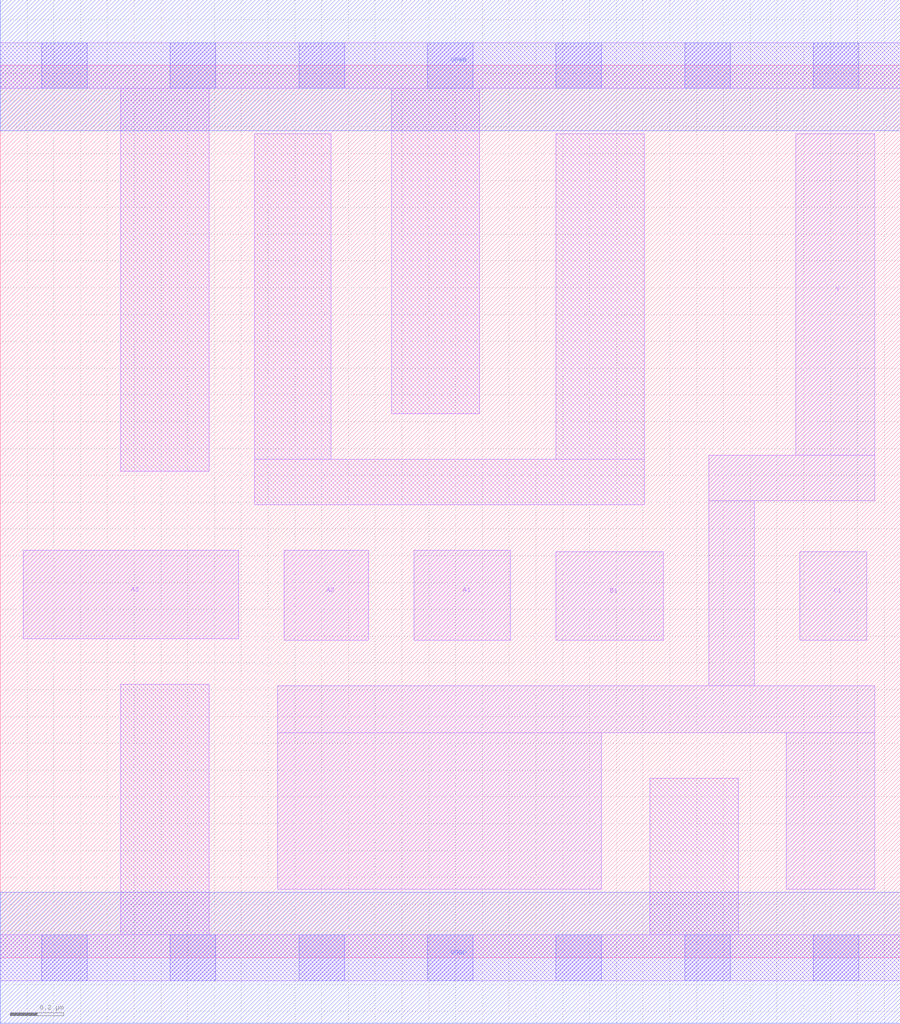
<source format=lef>
# Copyright 2020 The SkyWater PDK Authors
#
# Licensed under the Apache License, Version 2.0 (the "License");
# you may not use this file except in compliance with the License.
# You may obtain a copy of the License at
#
#     https://www.apache.org/licenses/LICENSE-2.0
#
# Unless required by applicable law or agreed to in writing, software
# distributed under the License is distributed on an "AS IS" BASIS,
# WITHOUT WARRANTIES OR CONDITIONS OF ANY KIND, either express or implied.
# See the License for the specific language governing permissions and
# limitations under the License.
#
# SPDX-License-Identifier: Apache-2.0

VERSION 5.7 ;
  NAMESCASESENSITIVE ON ;
  NOWIREEXTENSIONATPIN ON ;
  DIVIDERCHAR "/" ;
  BUSBITCHARS "[]" ;
UNITS
  DATABASE MICRONS 200 ;
END UNITS
MACRO sky130_fd_sc_lp__a311oi_1
  CLASS CORE ;
  FOREIGN sky130_fd_sc_lp__a311oi_1 ;
  ORIGIN  0.000000  0.000000 ;
  SIZE  3.360000 BY  3.330000 ;
  SYMMETRY X Y R90 ;
  SITE unit ;
  PIN A1
    ANTENNAGATEAREA  0.315000 ;
    DIRECTION INPUT ;
    USE SIGNAL ;
    PORT
      LAYER li1 ;
        RECT 1.545000 1.185000 1.905000 1.520000 ;
    END
  END A1
  PIN A2
    ANTENNAGATEAREA  0.315000 ;
    DIRECTION INPUT ;
    USE SIGNAL ;
    PORT
      LAYER li1 ;
        RECT 1.060000 1.185000 1.375000 1.520000 ;
    END
  END A2
  PIN A3
    ANTENNAGATEAREA  0.315000 ;
    DIRECTION INPUT ;
    USE SIGNAL ;
    PORT
      LAYER li1 ;
        RECT 0.085000 1.190000 0.890000 1.520000 ;
    END
  END A3
  PIN B1
    ANTENNAGATEAREA  0.315000 ;
    DIRECTION INPUT ;
    USE SIGNAL ;
    PORT
      LAYER li1 ;
        RECT 2.075000 1.185000 2.475000 1.515000 ;
    END
  END B1
  PIN C1
    ANTENNAGATEAREA  0.315000 ;
    DIRECTION INPUT ;
    USE SIGNAL ;
    PORT
      LAYER li1 ;
        RECT 2.985000 1.185000 3.235000 1.515000 ;
    END
  END C1
  PIN Y
    ANTENNADIFFAREA  0.909300 ;
    DIRECTION OUTPUT ;
    USE SIGNAL ;
    PORT
      LAYER li1 ;
        RECT 1.035000 0.255000 2.245000 0.840000 ;
        RECT 1.035000 0.840000 3.265000 1.015000 ;
        RECT 2.645000 1.015000 2.815000 1.705000 ;
        RECT 2.645000 1.705000 3.265000 1.875000 ;
        RECT 2.935000 0.255000 3.265000 0.840000 ;
        RECT 2.970000 1.875000 3.265000 3.075000 ;
    END
  END Y
  PIN VGND
    DIRECTION INOUT ;
    USE GROUND ;
    PORT
      LAYER met1 ;
        RECT 0.000000 -0.245000 3.360000 0.245000 ;
    END
  END VGND
  PIN VPWR
    DIRECTION INOUT ;
    USE POWER ;
    PORT
      LAYER met1 ;
        RECT 0.000000 3.085000 3.360000 3.575000 ;
    END
  END VPWR
  OBS
    LAYER li1 ;
      RECT 0.000000 -0.085000 3.360000 0.085000 ;
      RECT 0.000000  3.245000 3.360000 3.415000 ;
      RECT 0.450000  0.085000 0.780000 1.020000 ;
      RECT 0.450000  1.815000 0.780000 3.245000 ;
      RECT 0.950000  1.690000 2.405000 1.860000 ;
      RECT 0.950000  1.860000 1.235000 3.075000 ;
      RECT 1.460000  2.030000 1.790000 3.245000 ;
      RECT 2.075000  1.860000 2.405000 3.075000 ;
      RECT 2.425000  0.085000 2.755000 0.670000 ;
    LAYER mcon ;
      RECT 0.155000 -0.085000 0.325000 0.085000 ;
      RECT 0.155000  3.245000 0.325000 3.415000 ;
      RECT 0.635000 -0.085000 0.805000 0.085000 ;
      RECT 0.635000  3.245000 0.805000 3.415000 ;
      RECT 1.115000 -0.085000 1.285000 0.085000 ;
      RECT 1.115000  3.245000 1.285000 3.415000 ;
      RECT 1.595000 -0.085000 1.765000 0.085000 ;
      RECT 1.595000  3.245000 1.765000 3.415000 ;
      RECT 2.075000 -0.085000 2.245000 0.085000 ;
      RECT 2.075000  3.245000 2.245000 3.415000 ;
      RECT 2.555000 -0.085000 2.725000 0.085000 ;
      RECT 2.555000  3.245000 2.725000 3.415000 ;
      RECT 3.035000 -0.085000 3.205000 0.085000 ;
      RECT 3.035000  3.245000 3.205000 3.415000 ;
  END
END sky130_fd_sc_lp__a311oi_1
END LIBRARY

</source>
